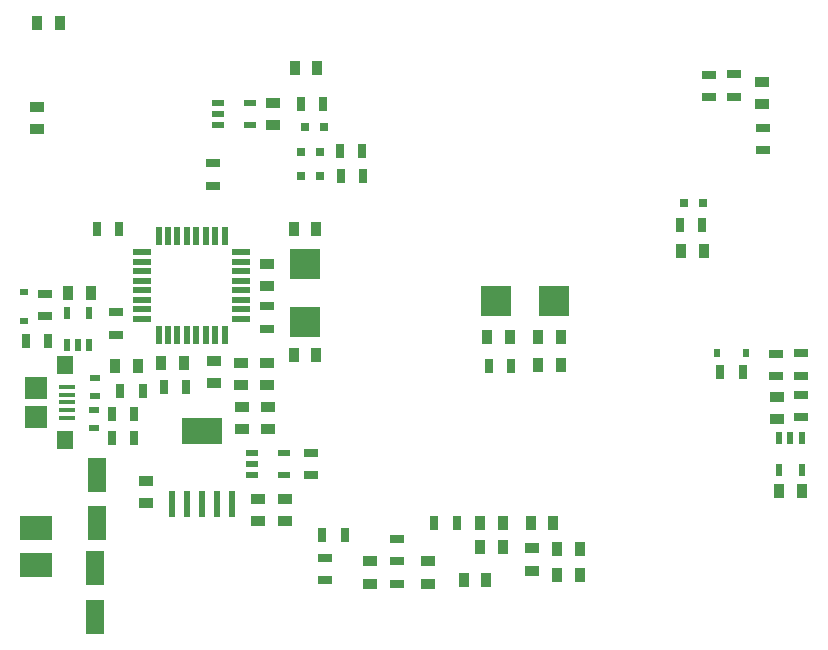
<source format=gtp>
G04*
G04 #@! TF.GenerationSoftware,Altium Limited,Altium Designer,20.0.13 (296)*
G04*
G04 Layer_Color=8421504*
%FSLAX44Y44*%
%MOMM*%
G71*
G01*
G75*
%ADD18R,1.9000X1.9000*%
%ADD19R,1.4000X1.6000*%
%ADD20R,1.3500X0.4000*%
%ADD21R,0.7000X1.3000*%
%ADD22R,1.5000X0.5500*%
%ADD23R,0.5500X1.5000*%
%ADD24R,0.6858X0.5588*%
%ADD25R,0.5588X0.6858*%
%ADD26R,0.8000X0.8000*%
%ADD27R,1.0000X0.5500*%
%ADD28R,1.3000X0.7000*%
%ADD29R,1.3000X0.9000*%
%ADD30R,0.9000X0.6000*%
%ADD31R,0.9000X1.3000*%
%ADD32R,1.6000X3.0000*%
%ADD33R,2.7000X2.0000*%
%ADD34R,0.5500X1.0000*%
%ADD35R,2.6000X2.5000*%
%ADD36R,3.5000X2.2000*%
%ADD37R,0.6000X2.2000*%
%ADD38R,2.5000X2.6000*%
D18*
X21995Y189000D02*
D03*
Y213000D02*
D03*
D19*
X46495Y169000D02*
D03*
Y233000D02*
D03*
D20*
X48745Y188000D02*
D03*
Y194500D02*
D03*
Y201000D02*
D03*
Y207500D02*
D03*
Y214000D02*
D03*
D21*
X279500Y414000D02*
D03*
X298500D02*
D03*
X283500Y89000D02*
D03*
X264500D02*
D03*
X280500Y393000D02*
D03*
X299500D02*
D03*
X92500Y348000D02*
D03*
X73500D02*
D03*
X112500Y211000D02*
D03*
X93500D02*
D03*
X86500Y191000D02*
D03*
X105500D02*
D03*
Y171000D02*
D03*
X86500D02*
D03*
X378500Y99000D02*
D03*
X359500D02*
D03*
X620500Y227000D02*
D03*
X601500D02*
D03*
X265500Y454000D02*
D03*
X246500D02*
D03*
X405500Y232000D02*
D03*
X424500D02*
D03*
X586500Y351000D02*
D03*
X567500D02*
D03*
X13500Y253000D02*
D03*
X32500D02*
D03*
X149500Y214000D02*
D03*
X130500D02*
D03*
D22*
X196000Y272000D02*
D03*
Y280000D02*
D03*
Y288000D02*
D03*
Y296000D02*
D03*
Y304000D02*
D03*
Y312000D02*
D03*
Y320000D02*
D03*
Y328000D02*
D03*
X112000D02*
D03*
Y320000D02*
D03*
Y312000D02*
D03*
Y304000D02*
D03*
Y296000D02*
D03*
Y288000D02*
D03*
Y280000D02*
D03*
Y272000D02*
D03*
D23*
X182000Y342000D02*
D03*
X174000D02*
D03*
X166000D02*
D03*
X158000D02*
D03*
X150000D02*
D03*
X142000D02*
D03*
X134000D02*
D03*
X126000D02*
D03*
Y258000D02*
D03*
X134000D02*
D03*
X142000D02*
D03*
X150000D02*
D03*
X158000D02*
D03*
X166000D02*
D03*
X174000D02*
D03*
X182000D02*
D03*
D24*
X12000Y269808D02*
D03*
Y294192D02*
D03*
D25*
X598808Y243000D02*
D03*
X623192D02*
D03*
D26*
X571000Y370000D02*
D03*
X587000D02*
D03*
X266000Y434000D02*
D03*
X250000D02*
D03*
X247000Y413000D02*
D03*
X263000D02*
D03*
Y393000D02*
D03*
X247000D02*
D03*
D27*
X205500Y158500D02*
D03*
Y149000D02*
D03*
Y139500D02*
D03*
X232500Y158500D02*
D03*
Y139500D02*
D03*
X203500Y435500D02*
D03*
Y454500D02*
D03*
X176500Y435500D02*
D03*
Y445000D02*
D03*
Y454500D02*
D03*
D28*
X255000Y158500D02*
D03*
Y139500D02*
D03*
X267000Y69500D02*
D03*
Y50500D02*
D03*
X172000Y384500D02*
D03*
Y403500D02*
D03*
X90000Y258500D02*
D03*
Y277500D02*
D03*
X218000Y263500D02*
D03*
Y282500D02*
D03*
X613000Y479000D02*
D03*
Y460000D02*
D03*
X592000Y459500D02*
D03*
Y478500D02*
D03*
X638000Y433500D02*
D03*
Y414500D02*
D03*
X670000Y207500D02*
D03*
Y188500D02*
D03*
X30000Y274000D02*
D03*
Y293000D02*
D03*
X670000Y223500D02*
D03*
Y242500D02*
D03*
X649000Y223000D02*
D03*
Y242000D02*
D03*
X328000Y85500D02*
D03*
Y66500D02*
D03*
Y47500D02*
D03*
Y66500D02*
D03*
D29*
X233000Y119500D02*
D03*
Y100500D02*
D03*
X219000Y197500D02*
D03*
Y178500D02*
D03*
X218000Y215500D02*
D03*
Y234500D02*
D03*
X196000Y215500D02*
D03*
Y234500D02*
D03*
X218000Y299500D02*
D03*
Y318500D02*
D03*
X173000Y217500D02*
D03*
Y236500D02*
D03*
X23000Y451500D02*
D03*
Y432500D02*
D03*
X637000Y472500D02*
D03*
Y453500D02*
D03*
X115000Y134500D02*
D03*
Y115500D02*
D03*
X210000Y100500D02*
D03*
Y119500D02*
D03*
X305000Y47500D02*
D03*
Y66500D02*
D03*
X354000D02*
D03*
Y47500D02*
D03*
X223000Y454500D02*
D03*
Y435500D02*
D03*
X650000Y206000D02*
D03*
Y187000D02*
D03*
X197000Y178500D02*
D03*
Y197500D02*
D03*
X442000Y58500D02*
D03*
Y77500D02*
D03*
D30*
X72000Y206500D02*
D03*
Y221500D02*
D03*
X71000Y179500D02*
D03*
Y194500D02*
D03*
D31*
X128500Y234000D02*
D03*
X147500D02*
D03*
X240500Y348000D02*
D03*
X259500D02*
D03*
Y241000D02*
D03*
X240500D02*
D03*
X403500Y51000D02*
D03*
X384500D02*
D03*
X23500Y522000D02*
D03*
X42500D02*
D03*
X463500Y77000D02*
D03*
X482500D02*
D03*
X466500Y233000D02*
D03*
X447500D02*
D03*
X260500Y484000D02*
D03*
X241500D02*
D03*
X417500Y79000D02*
D03*
X398500D02*
D03*
Y99000D02*
D03*
X417500D02*
D03*
X460000D02*
D03*
X441000D02*
D03*
X404500Y256000D02*
D03*
X423500D02*
D03*
X466500D02*
D03*
X447500D02*
D03*
X651500Y126000D02*
D03*
X670500D02*
D03*
X49500Y294000D02*
D03*
X68500D02*
D03*
X108500Y232000D02*
D03*
X89500D02*
D03*
X568500Y329000D02*
D03*
X587500D02*
D03*
X482500Y55000D02*
D03*
X463500D02*
D03*
D32*
X72000Y19500D02*
D03*
Y60500D02*
D03*
X74000Y98500D02*
D03*
Y139500D02*
D03*
D33*
X22000Y63000D02*
D03*
Y95000D02*
D03*
D34*
X651500Y143500D02*
D03*
X670500D02*
D03*
X651500Y170500D02*
D03*
X661000D02*
D03*
X670500D02*
D03*
X48500Y249500D02*
D03*
X58000D02*
D03*
X67500D02*
D03*
X48500Y276500D02*
D03*
X67500D02*
D03*
D35*
X250000Y318500D02*
D03*
Y269500D02*
D03*
D36*
X163000Y177000D02*
D03*
D37*
X188400Y115000D02*
D03*
X175700D02*
D03*
X163000D02*
D03*
X150300D02*
D03*
X137600D02*
D03*
D38*
X411500Y287000D02*
D03*
X460500D02*
D03*
M02*

</source>
